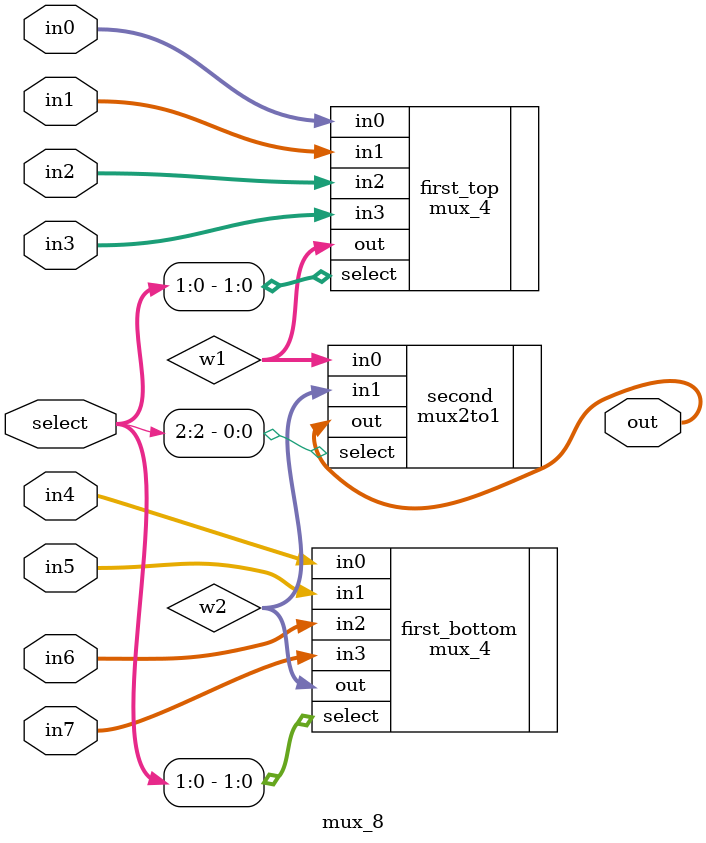
<source format=v>
module mux_8(select, in0, in1, in2, in3,in4,in5,in6,in7, out);
input [2:0] select;
input [31:0] in0, in1, in2, in3, in4,in5,in6,in7;
output [31:0] out;
wire [31:0] w1, w2;
mux_4 first_top(.select(select[1:0]), .in0(in0), .in1(in1),.in2(in2), .in3(in3), .out(w1));
mux_4 first_bottom(.select(select[1:0]), .in0(in4), .in1(in5),.in2(in6), .in3(in7), .out(w2));
mux2to1 second(.select(select[2]), .in0(w1), .in1(w2), .out(out));
endmodule
</source>
